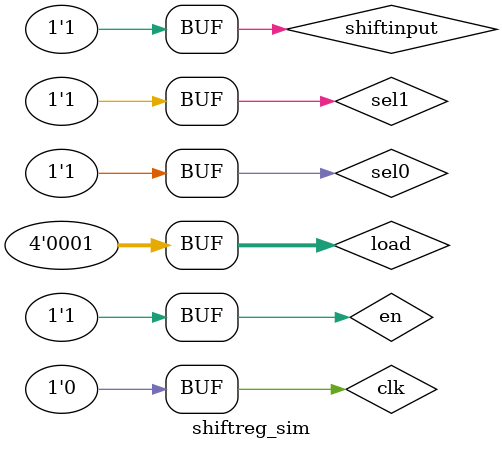
<source format=v>
`timescale 1ns / 1ps


module shiftreg_sim();
    reg sel0;
    reg sel1;
    reg [3:0]load;
    reg shiftinput;
    reg en;
    reg clk;
    wire [3:0]out;
    shiftreg uut(sel0, sel1, load[3:0], shiftinput, en, clk, out[3:0]);
    
    initial
    begin
    clk=0;
    repeat(100)
    #1 clk = ~clk;
    end
    
    initial
    begin
    #2 sel0=0; sel1=0; load=0; shiftinput=0; en=1;
    #2 sel0=0; sel1=0; load=0; shiftinput=1; 
    #2 sel0=0; sel1=0; load=1; shiftinput=0; 
    #2 sel0=0; sel1=0; load=1; shiftinput=1;                // hold

    #2 sel0=1; sel1=0; load=0; shiftinput=0; 
    #2 sel0=1; sel1=0; load=0; shiftinput=1; 
    #2 sel0=1; sel1=0; load=1; shiftinput=0; 
    #2 sel0=1; sel1=0; load=1; shiftinput=1;                // load
    
    #2 sel0=0; sel1=1; load=0; shiftinput=0; 
    #2 sel0=0; sel1=1; load=0; shiftinput=1; 
    #2 sel0=0; sel1=1; load=1; shiftinput=0; 
    #2 sel0=0; sel1=1; load=1; shiftinput=1;                // shift left
    
    #2 sel0=1; sel1=1; load=0; shiftinput=0; 
    #2 sel0=1; sel1=1; load=0; shiftinput=1; 
    #2 sel0=1; sel1=1; load=1; shiftinput=0; 
    #2 sel0=1; sel1=1; load=1; shiftinput=1;                // shift right

    end
endmodule

</source>
